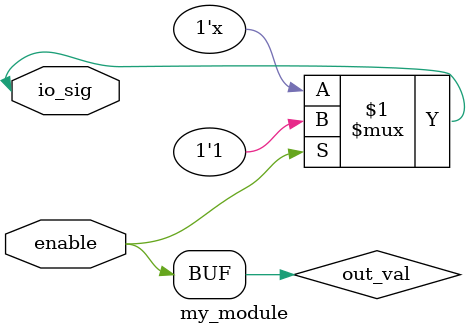
<source format=sv>
module my_module (
  input  logic enable,
  inout  logic io_sig
);

  logic out_val;
  
  assign out_val = enable;
  assign io_sig = (out_val) ? 1'b1 : 1'bz;

endmodule
</source>
